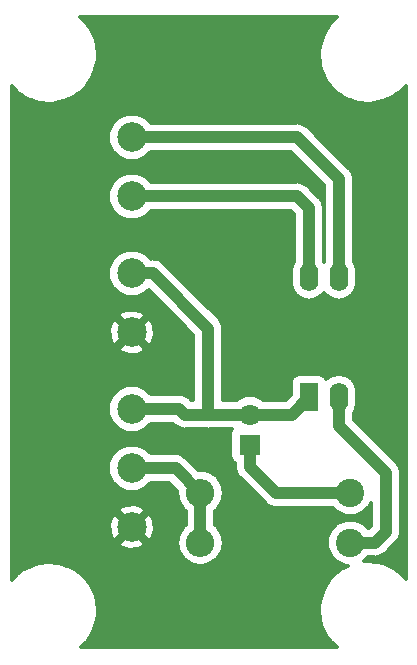
<source format=gbr>
G04 #@! TF.GenerationSoftware,KiCad,Pcbnew,(5.0.1)-3*
G04 #@! TF.CreationDate,2019-02-16T21:55:45-05:00*
G04 #@! TF.ProjectId,Zprobe Adaptor,5A70726F62652041646170746F722E6B,rev?*
G04 #@! TF.SameCoordinates,Original*
G04 #@! TF.FileFunction,Copper,L2,Bot,Signal*
G04 #@! TF.FilePolarity,Positive*
%FSLAX46Y46*%
G04 Gerber Fmt 4.6, Leading zero omitted, Abs format (unit mm)*
G04 Created by KiCad (PCBNEW (5.0.1)-3) date 2/16/2019 9:55:45 PM*
%MOMM*%
%LPD*%
G01*
G04 APERTURE LIST*
G04 #@! TA.AperFunction,ComponentPad*
%ADD10C,2.400000*%
G04 #@! TD*
G04 #@! TA.AperFunction,ComponentPad*
%ADD11O,2.400000X2.400000*%
G04 #@! TD*
G04 #@! TA.AperFunction,ComponentPad*
%ADD12C,2.500000*%
G04 #@! TD*
G04 #@! TA.AperFunction,ComponentPad*
%ADD13R,1.600000X2.400000*%
G04 #@! TD*
G04 #@! TA.AperFunction,ComponentPad*
%ADD14O,1.600000X2.400000*%
G04 #@! TD*
G04 #@! TA.AperFunction,ComponentPad*
%ADD15R,1.800000X1.800000*%
G04 #@! TD*
G04 #@! TA.AperFunction,ComponentPad*
%ADD16C,1.800000*%
G04 #@! TD*
G04 #@! TA.AperFunction,Conductor*
%ADD17C,1.000000*%
G04 #@! TD*
G04 #@! TA.AperFunction,Conductor*
%ADD18C,0.300000*%
G04 #@! TD*
G04 APERTURE END LIST*
D10*
G04 #@! TO.P,R1,1*
G04 #@! TO.N,Net-(D1-Pad1)*
X118500000Y-96100000D03*
D11*
G04 #@! TO.P,R1,2*
G04 #@! TO.N,Net-(J3-Pad2)*
X105800000Y-96100000D03*
G04 #@! TD*
D10*
G04 #@! TO.P,R2,1*
G04 #@! TO.N,Net-(R2-Pad1)*
X118500000Y-100300000D03*
D11*
G04 #@! TO.P,R2,2*
G04 #@! TO.N,Net-(J3-Pad2)*
X105800000Y-100300000D03*
G04 #@! TD*
D12*
G04 #@! TO.P,J1,1*
G04 #@! TO.N,Net-(J1-Pad1)*
X100000000Y-66000000D03*
G04 #@! TO.P,J1,2*
G04 #@! TO.N,Net-(J1-Pad2)*
X100000000Y-71000000D03*
G04 #@! TD*
G04 #@! TO.P,J2,2*
G04 #@! TO.N,Earth*
X100000000Y-82500000D03*
G04 #@! TO.P,J2,1*
G04 #@! TO.N,VCC*
X100000000Y-77500000D03*
G04 #@! TD*
G04 #@! TO.P,J3,3*
G04 #@! TO.N,Earth*
X100000000Y-99000000D03*
G04 #@! TO.P,J3,2*
G04 #@! TO.N,Net-(J3-Pad2)*
X100000000Y-94000000D03*
G04 #@! TO.P,J3,1*
G04 #@! TO.N,VCC*
X100000000Y-89000000D03*
G04 #@! TD*
D13*
G04 #@! TO.P,U1,1*
G04 #@! TO.N,VCC*
X115000000Y-88000000D03*
D14*
G04 #@! TO.P,U1,3*
G04 #@! TO.N,Net-(J1-Pad1)*
X117540000Y-77840000D03*
G04 #@! TO.P,U1,2*
G04 #@! TO.N,Net-(R2-Pad1)*
X117540000Y-88000000D03*
G04 #@! TO.P,U1,4*
G04 #@! TO.N,Net-(J1-Pad2)*
X115000000Y-77840000D03*
G04 #@! TD*
D15*
G04 #@! TO.P,D1,1*
G04 #@! TO.N,Net-(D1-Pad1)*
X110000000Y-92000000D03*
D16*
G04 #@! TO.P,D1,2*
G04 #@! TO.N,VCC*
X110000000Y-89460000D03*
G04 #@! TD*
D17*
G04 #@! TO.N,VCC*
X113540000Y-89460000D02*
X115000000Y-88000000D01*
X110000000Y-89460000D02*
X113540000Y-89460000D01*
X106460000Y-82192234D02*
X106460000Y-89460000D01*
X101767766Y-77500000D02*
X106460000Y-82192234D01*
X100000000Y-77500000D02*
X101767766Y-77500000D01*
X100000000Y-89000000D02*
X104000000Y-89000000D01*
X104460000Y-89460000D02*
X107000000Y-89460000D01*
X104000000Y-89000000D02*
X104460000Y-89460000D01*
X110000000Y-89460000D02*
X107000000Y-89460000D01*
X107000000Y-89460000D02*
X106460000Y-89460000D01*
G04 #@! TO.N,Net-(D1-Pad1)*
X112200000Y-96100000D02*
X118500000Y-96100000D01*
X110000000Y-92000000D02*
X110000000Y-93900000D01*
X110000000Y-93900000D02*
X112200000Y-96100000D01*
G04 #@! TO.N,Net-(J1-Pad1)*
X100000000Y-66000000D02*
X114000000Y-66000000D01*
X117540000Y-69540000D02*
X117540000Y-77840000D01*
X114000000Y-66000000D02*
X117540000Y-69540000D01*
G04 #@! TO.N,Net-(J1-Pad2)*
X100000000Y-71000000D02*
X114000000Y-71000000D01*
X114000000Y-71000000D02*
X115000000Y-72000000D01*
X115000000Y-72000000D02*
X115000000Y-77840000D01*
G04 #@! TO.N,Net-(J3-Pad2)*
X103700000Y-94000000D02*
X105800000Y-96100000D01*
X100000000Y-94000000D02*
X103700000Y-94000000D01*
X105800000Y-96100000D02*
X105800000Y-100300000D01*
G04 #@! TO.N,Net-(R2-Pad1)*
X117540000Y-90440000D02*
X117540000Y-88000000D01*
X121500000Y-94400000D02*
X117540000Y-90440000D01*
X121500000Y-99400000D02*
X121500000Y-94400000D01*
X118500000Y-100300000D02*
X120600000Y-100300000D01*
X120600000Y-100300000D02*
X121500000Y-99400000D01*
G04 #@! TD*
D18*
G04 #@! TO.N,Earth*
G36*
X116793934Y-56393934D02*
X116772800Y-56420500D01*
X116272800Y-57220500D01*
X116260728Y-57244291D01*
X116060728Y-57744291D01*
X116054479Y-57763620D01*
X115854479Y-58563620D01*
X115850000Y-58600000D01*
X115850000Y-58906668D01*
X115848566Y-58907909D01*
X115822337Y-58960230D01*
X115818127Y-59018605D01*
X115918127Y-59818605D01*
X115921448Y-59836380D01*
X116021448Y-60236380D01*
X116027697Y-60255709D01*
X116227697Y-60755709D01*
X116232805Y-60767082D01*
X116432805Y-61167082D01*
X116446969Y-61190000D01*
X116746969Y-61590000D01*
X116760903Y-61606066D01*
X117360903Y-62206066D01*
X117376969Y-62220000D01*
X117776969Y-62520000D01*
X117799887Y-62534164D01*
X118399887Y-62834164D01*
X118425761Y-62844229D01*
X119125761Y-63044229D01*
X119152043Y-63049256D01*
X120152043Y-63149256D01*
X120196386Y-63147087D01*
X121196386Y-62947087D01*
X121227890Y-62937072D01*
X122127890Y-62537072D01*
X122156969Y-62520000D01*
X122556969Y-62220000D01*
X122573035Y-62206066D01*
X123173035Y-61606066D01*
X123175001Y-61603595D01*
X123175000Y-103362868D01*
X122606066Y-102793934D01*
X122590000Y-102780000D01*
X122190000Y-102480000D01*
X122167082Y-102465836D01*
X121567082Y-102165836D01*
X121541208Y-102155771D01*
X120841208Y-101955771D01*
X120814926Y-101950744D01*
X119814926Y-101850744D01*
X119770583Y-101852913D01*
X119688358Y-101869358D01*
X120007716Y-101550000D01*
X120476896Y-101550000D01*
X120600000Y-101574487D01*
X120723104Y-101550000D01*
X120723109Y-101550000D01*
X121087725Y-101477473D01*
X121501199Y-101201199D01*
X121570936Y-101096830D01*
X122296833Y-100370934D01*
X122401199Y-100301199D01*
X122677473Y-99887725D01*
X122750000Y-99523109D01*
X122750000Y-99523105D01*
X122774487Y-99400001D01*
X122750000Y-99276897D01*
X122750000Y-94523109D01*
X122774488Y-94400000D01*
X122677473Y-93912274D01*
X122470934Y-93603167D01*
X122401199Y-93498801D01*
X122296833Y-93429066D01*
X118790000Y-89922234D01*
X118790000Y-89319169D01*
X119000068Y-89004780D01*
X119090000Y-88552659D01*
X119090000Y-87447340D01*
X119000068Y-86995220D01*
X118657488Y-86482512D01*
X118144779Y-86139932D01*
X117540000Y-86019634D01*
X116935220Y-86139932D01*
X116469085Y-86451393D01*
X116340720Y-86259280D01*
X116092635Y-86093516D01*
X115800000Y-86035307D01*
X114200000Y-86035307D01*
X113907365Y-86093516D01*
X113659280Y-86259280D01*
X113493516Y-86507365D01*
X113435307Y-86800000D01*
X113435307Y-87796926D01*
X113022234Y-88210000D01*
X111083452Y-88210000D01*
X110934650Y-88061198D01*
X110328205Y-87810000D01*
X109671795Y-87810000D01*
X109065350Y-88061198D01*
X108916548Y-88210000D01*
X107710000Y-88210000D01*
X107710000Y-82315338D01*
X107734487Y-82192234D01*
X107710000Y-82069130D01*
X107710000Y-82069125D01*
X107637473Y-81704509D01*
X107361199Y-81291035D01*
X107256833Y-81221300D01*
X102738702Y-76703170D01*
X102668965Y-76598801D01*
X102255491Y-76322527D01*
X101890875Y-76250000D01*
X101890870Y-76250000D01*
X101767766Y-76225513D01*
X101644662Y-76250000D01*
X101578427Y-76250000D01*
X101132909Y-75804482D01*
X100397825Y-75500000D01*
X99602175Y-75500000D01*
X98867091Y-75804482D01*
X98304482Y-76367091D01*
X98000000Y-77102175D01*
X98000000Y-77897825D01*
X98304482Y-78632909D01*
X98867091Y-79195518D01*
X99602175Y-79500000D01*
X100397825Y-79500000D01*
X101132909Y-79195518D01*
X101414213Y-78914214D01*
X105210000Y-82710001D01*
X105210001Y-88210000D01*
X104977766Y-88210000D01*
X104970936Y-88203170D01*
X104901199Y-88098801D01*
X104487725Y-87822527D01*
X104123109Y-87750000D01*
X104123104Y-87750000D01*
X104000000Y-87725513D01*
X103876896Y-87750000D01*
X101578427Y-87750000D01*
X101132909Y-87304482D01*
X100397825Y-87000000D01*
X99602175Y-87000000D01*
X98867091Y-87304482D01*
X98304482Y-87867091D01*
X98000000Y-88602175D01*
X98000000Y-89397825D01*
X98304482Y-90132909D01*
X98867091Y-90695518D01*
X99602175Y-91000000D01*
X100397825Y-91000000D01*
X101132909Y-90695518D01*
X101578427Y-90250000D01*
X103482234Y-90250000D01*
X103489064Y-90256830D01*
X103558801Y-90361199D01*
X103972275Y-90637473D01*
X104336891Y-90710000D01*
X104336895Y-90710000D01*
X104459999Y-90734487D01*
X104583103Y-90710000D01*
X106336891Y-90710000D01*
X106460000Y-90734488D01*
X106583109Y-90710000D01*
X108458573Y-90710000D01*
X108393516Y-90807365D01*
X108335307Y-91100000D01*
X108335307Y-92900000D01*
X108393516Y-93192635D01*
X108559280Y-93440720D01*
X108750001Y-93568155D01*
X108750001Y-93776892D01*
X108725513Y-93900000D01*
X108750001Y-94023109D01*
X108822528Y-94387725D01*
X109098802Y-94801199D01*
X109203168Y-94870934D01*
X111229066Y-96896833D01*
X111298801Y-97001199D01*
X111712275Y-97277473D01*
X112076891Y-97350000D01*
X112076896Y-97350000D01*
X112200000Y-97374487D01*
X112323104Y-97350000D01*
X116992284Y-97350000D01*
X117395414Y-97753130D01*
X118112121Y-98050000D01*
X118887879Y-98050000D01*
X119604586Y-97753130D01*
X120153130Y-97204586D01*
X120250000Y-96970720D01*
X120250000Y-98882233D01*
X120082234Y-99050000D01*
X120007716Y-99050000D01*
X119604586Y-98646870D01*
X118887879Y-98350000D01*
X118112121Y-98350000D01*
X117395414Y-98646870D01*
X116846870Y-99195414D01*
X116550000Y-99912121D01*
X116550000Y-100687879D01*
X116846870Y-101404586D01*
X117395414Y-101953130D01*
X118112121Y-102250000D01*
X118318167Y-102250000D01*
X117839079Y-102462928D01*
X117810000Y-102480000D01*
X117410000Y-102780000D01*
X117393934Y-102793934D01*
X116793934Y-103393934D01*
X116772800Y-103420500D01*
X116272800Y-104220500D01*
X116260728Y-104244291D01*
X116060728Y-104744291D01*
X116054479Y-104763620D01*
X115854479Y-105563620D01*
X115850000Y-105600000D01*
X115850000Y-105906668D01*
X115848566Y-105907909D01*
X115822337Y-105960230D01*
X115818127Y-106018605D01*
X115918127Y-106818605D01*
X115921448Y-106836380D01*
X116021448Y-107236380D01*
X116027697Y-107255709D01*
X116227697Y-107755709D01*
X116232805Y-107767082D01*
X116432805Y-108167082D01*
X116446969Y-108190000D01*
X116746969Y-108590000D01*
X116760903Y-108606066D01*
X117329837Y-109175000D01*
X95704101Y-109175000D01*
X96173035Y-108706066D01*
X96194169Y-108679500D01*
X96694169Y-107879500D01*
X96706241Y-107855709D01*
X96906241Y-107355709D01*
X96912490Y-107336380D01*
X97112490Y-106536380D01*
X97116969Y-106500000D01*
X97116969Y-106193332D01*
X97118403Y-106192091D01*
X97144632Y-106139770D01*
X97148842Y-106081395D01*
X97048842Y-105281395D01*
X97045521Y-105263620D01*
X96945521Y-104863620D01*
X96939272Y-104844291D01*
X96739272Y-104344291D01*
X96734164Y-104332918D01*
X96534164Y-103932918D01*
X96520000Y-103910000D01*
X96220000Y-103510000D01*
X96206066Y-103493934D01*
X95606066Y-102893934D01*
X95590000Y-102880000D01*
X95190000Y-102580000D01*
X95167082Y-102565836D01*
X94567082Y-102265836D01*
X94541208Y-102255771D01*
X93841208Y-102055771D01*
X93814926Y-102050744D01*
X92814926Y-101950744D01*
X92770583Y-101952913D01*
X91770583Y-102152913D01*
X91739079Y-102162928D01*
X90839079Y-102562928D01*
X90810000Y-102580000D01*
X90410000Y-102880000D01*
X90393934Y-102893934D01*
X89825000Y-103462868D01*
X89825000Y-100392727D01*
X98890115Y-100392727D01*
X99024397Y-100683063D01*
X99742741Y-100928295D01*
X100500250Y-100879961D01*
X100975603Y-100683063D01*
X101109885Y-100392727D01*
X100000000Y-99282843D01*
X98890115Y-100392727D01*
X89825000Y-100392727D01*
X89825000Y-98742741D01*
X98071705Y-98742741D01*
X98120039Y-99500250D01*
X98316937Y-99975603D01*
X98607273Y-100109885D01*
X99717157Y-99000000D01*
X100282843Y-99000000D01*
X101392727Y-100109885D01*
X101683063Y-99975603D01*
X101928295Y-99257259D01*
X101879961Y-98499750D01*
X101683063Y-98024397D01*
X101392727Y-97890115D01*
X100282843Y-99000000D01*
X99717157Y-99000000D01*
X98607273Y-97890115D01*
X98316937Y-98024397D01*
X98071705Y-98742741D01*
X89825000Y-98742741D01*
X89825000Y-97607273D01*
X98890115Y-97607273D01*
X100000000Y-98717157D01*
X101109885Y-97607273D01*
X100975603Y-97316937D01*
X100257259Y-97071705D01*
X99499750Y-97120039D01*
X99024397Y-97316937D01*
X98890115Y-97607273D01*
X89825000Y-97607273D01*
X89825000Y-93602175D01*
X98000000Y-93602175D01*
X98000000Y-94397825D01*
X98304482Y-95132909D01*
X98867091Y-95695518D01*
X99602175Y-96000000D01*
X100397825Y-96000000D01*
X101132909Y-95695518D01*
X101578427Y-95250000D01*
X103182234Y-95250000D01*
X103848371Y-95916137D01*
X103811798Y-96100000D01*
X103963141Y-96860852D01*
X104394129Y-97505871D01*
X104550000Y-97610021D01*
X104550001Y-98789979D01*
X104394129Y-98894129D01*
X103963141Y-99539148D01*
X103811798Y-100300000D01*
X103963141Y-101060852D01*
X104394129Y-101705871D01*
X105039148Y-102136859D01*
X105607946Y-102250000D01*
X105992054Y-102250000D01*
X106560852Y-102136859D01*
X107205871Y-101705871D01*
X107636859Y-101060852D01*
X107788202Y-100300000D01*
X107636859Y-99539148D01*
X107205871Y-98894129D01*
X107050000Y-98789979D01*
X107050000Y-97610021D01*
X107205871Y-97505871D01*
X107636859Y-96860852D01*
X107788202Y-96100000D01*
X107636859Y-95339148D01*
X107205871Y-94694129D01*
X106560852Y-94263141D01*
X105992054Y-94150000D01*
X105617766Y-94150000D01*
X104670936Y-93203170D01*
X104601199Y-93098801D01*
X104187725Y-92822527D01*
X103823109Y-92750000D01*
X103823104Y-92750000D01*
X103700000Y-92725513D01*
X103576896Y-92750000D01*
X101578427Y-92750000D01*
X101132909Y-92304482D01*
X100397825Y-92000000D01*
X99602175Y-92000000D01*
X98867091Y-92304482D01*
X98304482Y-92867091D01*
X98000000Y-93602175D01*
X89825000Y-93602175D01*
X89825000Y-83892727D01*
X98890115Y-83892727D01*
X99024397Y-84183063D01*
X99742741Y-84428295D01*
X100500250Y-84379961D01*
X100975603Y-84183063D01*
X101109885Y-83892727D01*
X100000000Y-82782843D01*
X98890115Y-83892727D01*
X89825000Y-83892727D01*
X89825000Y-82242741D01*
X98071705Y-82242741D01*
X98120039Y-83000250D01*
X98316937Y-83475603D01*
X98607273Y-83609885D01*
X99717157Y-82500000D01*
X100282843Y-82500000D01*
X101392727Y-83609885D01*
X101683063Y-83475603D01*
X101928295Y-82757259D01*
X101879961Y-81999750D01*
X101683063Y-81524397D01*
X101392727Y-81390115D01*
X100282843Y-82500000D01*
X99717157Y-82500000D01*
X98607273Y-81390115D01*
X98316937Y-81524397D01*
X98071705Y-82242741D01*
X89825000Y-82242741D01*
X89825000Y-81107273D01*
X98890115Y-81107273D01*
X100000000Y-82217157D01*
X101109885Y-81107273D01*
X100975603Y-80816937D01*
X100257259Y-80571705D01*
X99499750Y-80620039D01*
X99024397Y-80816937D01*
X98890115Y-81107273D01*
X89825000Y-81107273D01*
X89825000Y-65602175D01*
X98000000Y-65602175D01*
X98000000Y-66397825D01*
X98304482Y-67132909D01*
X98867091Y-67695518D01*
X99602175Y-68000000D01*
X100397825Y-68000000D01*
X101132909Y-67695518D01*
X101578427Y-67250000D01*
X113482234Y-67250000D01*
X116290000Y-70057767D01*
X116290001Y-76520830D01*
X116270000Y-76550763D01*
X116250000Y-76520831D01*
X116250000Y-72123109D01*
X116274488Y-72000000D01*
X116177473Y-71512274D01*
X116074742Y-71358526D01*
X115901199Y-71098801D01*
X115796830Y-71029064D01*
X114970936Y-70203170D01*
X114901199Y-70098801D01*
X114487725Y-69822527D01*
X114123109Y-69750000D01*
X114123104Y-69750000D01*
X114000000Y-69725513D01*
X113876896Y-69750000D01*
X101578427Y-69750000D01*
X101132909Y-69304482D01*
X100397825Y-69000000D01*
X99602175Y-69000000D01*
X98867091Y-69304482D01*
X98304482Y-69867091D01*
X98000000Y-70602175D01*
X98000000Y-71397825D01*
X98304482Y-72132909D01*
X98867091Y-72695518D01*
X99602175Y-73000000D01*
X100397825Y-73000000D01*
X101132909Y-72695518D01*
X101578427Y-72250000D01*
X113482234Y-72250000D01*
X113750000Y-72517766D01*
X113750001Y-76520830D01*
X113539932Y-76835221D01*
X113450000Y-77287341D01*
X113450000Y-78392660D01*
X113539932Y-78844780D01*
X113882513Y-79357488D01*
X114395221Y-79700068D01*
X115000000Y-79820366D01*
X115604780Y-79700068D01*
X116117488Y-79357488D01*
X116270000Y-79129237D01*
X116422513Y-79357488D01*
X116935221Y-79700068D01*
X117540000Y-79820366D01*
X118144780Y-79700068D01*
X118657488Y-79357488D01*
X119000068Y-78844780D01*
X119090000Y-78392659D01*
X119090000Y-77287340D01*
X119000068Y-76835220D01*
X118790000Y-76520831D01*
X118790000Y-69663103D01*
X118814487Y-69539999D01*
X118790000Y-69416895D01*
X118790000Y-69416891D01*
X118717473Y-69052275D01*
X118441199Y-68638801D01*
X118336833Y-68569066D01*
X114970936Y-65203170D01*
X114901199Y-65098801D01*
X114487725Y-64822527D01*
X114123109Y-64750000D01*
X114123104Y-64750000D01*
X114000000Y-64725513D01*
X113876896Y-64750000D01*
X101578427Y-64750000D01*
X101132909Y-64304482D01*
X100397825Y-64000000D01*
X99602175Y-64000000D01*
X98867091Y-64304482D01*
X98304482Y-64867091D01*
X98000000Y-65602175D01*
X89825000Y-65602175D01*
X89825000Y-61670163D01*
X90360903Y-62206066D01*
X90376969Y-62220000D01*
X90776969Y-62520000D01*
X90799887Y-62534164D01*
X91399887Y-62834164D01*
X91425761Y-62844229D01*
X92125761Y-63044229D01*
X92152043Y-63049256D01*
X93152043Y-63149256D01*
X93196386Y-63147087D01*
X94196386Y-62947087D01*
X94227890Y-62937072D01*
X95127890Y-62537072D01*
X95156969Y-62520000D01*
X95556969Y-62220000D01*
X95573035Y-62206066D01*
X96173035Y-61606066D01*
X96194169Y-61579500D01*
X96694169Y-60779500D01*
X96706241Y-60755709D01*
X96906241Y-60255709D01*
X96912490Y-60236380D01*
X97112490Y-59436380D01*
X97116969Y-59400000D01*
X97116969Y-59093332D01*
X97118403Y-59092091D01*
X97144632Y-59039770D01*
X97148842Y-58981395D01*
X97048842Y-58181395D01*
X97045521Y-58163620D01*
X96945521Y-57763620D01*
X96939272Y-57744291D01*
X96739272Y-57244291D01*
X96734164Y-57232918D01*
X96534164Y-56832918D01*
X96520000Y-56810000D01*
X96220000Y-56410000D01*
X96206066Y-56393934D01*
X95637132Y-55825000D01*
X117362868Y-55825000D01*
X116793934Y-56393934D01*
X116793934Y-56393934D01*
G37*
X116793934Y-56393934D02*
X116772800Y-56420500D01*
X116272800Y-57220500D01*
X116260728Y-57244291D01*
X116060728Y-57744291D01*
X116054479Y-57763620D01*
X115854479Y-58563620D01*
X115850000Y-58600000D01*
X115850000Y-58906668D01*
X115848566Y-58907909D01*
X115822337Y-58960230D01*
X115818127Y-59018605D01*
X115918127Y-59818605D01*
X115921448Y-59836380D01*
X116021448Y-60236380D01*
X116027697Y-60255709D01*
X116227697Y-60755709D01*
X116232805Y-60767082D01*
X116432805Y-61167082D01*
X116446969Y-61190000D01*
X116746969Y-61590000D01*
X116760903Y-61606066D01*
X117360903Y-62206066D01*
X117376969Y-62220000D01*
X117776969Y-62520000D01*
X117799887Y-62534164D01*
X118399887Y-62834164D01*
X118425761Y-62844229D01*
X119125761Y-63044229D01*
X119152043Y-63049256D01*
X120152043Y-63149256D01*
X120196386Y-63147087D01*
X121196386Y-62947087D01*
X121227890Y-62937072D01*
X122127890Y-62537072D01*
X122156969Y-62520000D01*
X122556969Y-62220000D01*
X122573035Y-62206066D01*
X123173035Y-61606066D01*
X123175001Y-61603595D01*
X123175000Y-103362868D01*
X122606066Y-102793934D01*
X122590000Y-102780000D01*
X122190000Y-102480000D01*
X122167082Y-102465836D01*
X121567082Y-102165836D01*
X121541208Y-102155771D01*
X120841208Y-101955771D01*
X120814926Y-101950744D01*
X119814926Y-101850744D01*
X119770583Y-101852913D01*
X119688358Y-101869358D01*
X120007716Y-101550000D01*
X120476896Y-101550000D01*
X120600000Y-101574487D01*
X120723104Y-101550000D01*
X120723109Y-101550000D01*
X121087725Y-101477473D01*
X121501199Y-101201199D01*
X121570936Y-101096830D01*
X122296833Y-100370934D01*
X122401199Y-100301199D01*
X122677473Y-99887725D01*
X122750000Y-99523109D01*
X122750000Y-99523105D01*
X122774487Y-99400001D01*
X122750000Y-99276897D01*
X122750000Y-94523109D01*
X122774488Y-94400000D01*
X122677473Y-93912274D01*
X122470934Y-93603167D01*
X122401199Y-93498801D01*
X122296833Y-93429066D01*
X118790000Y-89922234D01*
X118790000Y-89319169D01*
X119000068Y-89004780D01*
X119090000Y-88552659D01*
X119090000Y-87447340D01*
X119000068Y-86995220D01*
X118657488Y-86482512D01*
X118144779Y-86139932D01*
X117540000Y-86019634D01*
X116935220Y-86139932D01*
X116469085Y-86451393D01*
X116340720Y-86259280D01*
X116092635Y-86093516D01*
X115800000Y-86035307D01*
X114200000Y-86035307D01*
X113907365Y-86093516D01*
X113659280Y-86259280D01*
X113493516Y-86507365D01*
X113435307Y-86800000D01*
X113435307Y-87796926D01*
X113022234Y-88210000D01*
X111083452Y-88210000D01*
X110934650Y-88061198D01*
X110328205Y-87810000D01*
X109671795Y-87810000D01*
X109065350Y-88061198D01*
X108916548Y-88210000D01*
X107710000Y-88210000D01*
X107710000Y-82315338D01*
X107734487Y-82192234D01*
X107710000Y-82069130D01*
X107710000Y-82069125D01*
X107637473Y-81704509D01*
X107361199Y-81291035D01*
X107256833Y-81221300D01*
X102738702Y-76703170D01*
X102668965Y-76598801D01*
X102255491Y-76322527D01*
X101890875Y-76250000D01*
X101890870Y-76250000D01*
X101767766Y-76225513D01*
X101644662Y-76250000D01*
X101578427Y-76250000D01*
X101132909Y-75804482D01*
X100397825Y-75500000D01*
X99602175Y-75500000D01*
X98867091Y-75804482D01*
X98304482Y-76367091D01*
X98000000Y-77102175D01*
X98000000Y-77897825D01*
X98304482Y-78632909D01*
X98867091Y-79195518D01*
X99602175Y-79500000D01*
X100397825Y-79500000D01*
X101132909Y-79195518D01*
X101414213Y-78914214D01*
X105210000Y-82710001D01*
X105210001Y-88210000D01*
X104977766Y-88210000D01*
X104970936Y-88203170D01*
X104901199Y-88098801D01*
X104487725Y-87822527D01*
X104123109Y-87750000D01*
X104123104Y-87750000D01*
X104000000Y-87725513D01*
X103876896Y-87750000D01*
X101578427Y-87750000D01*
X101132909Y-87304482D01*
X100397825Y-87000000D01*
X99602175Y-87000000D01*
X98867091Y-87304482D01*
X98304482Y-87867091D01*
X98000000Y-88602175D01*
X98000000Y-89397825D01*
X98304482Y-90132909D01*
X98867091Y-90695518D01*
X99602175Y-91000000D01*
X100397825Y-91000000D01*
X101132909Y-90695518D01*
X101578427Y-90250000D01*
X103482234Y-90250000D01*
X103489064Y-90256830D01*
X103558801Y-90361199D01*
X103972275Y-90637473D01*
X104336891Y-90710000D01*
X104336895Y-90710000D01*
X104459999Y-90734487D01*
X104583103Y-90710000D01*
X106336891Y-90710000D01*
X106460000Y-90734488D01*
X106583109Y-90710000D01*
X108458573Y-90710000D01*
X108393516Y-90807365D01*
X108335307Y-91100000D01*
X108335307Y-92900000D01*
X108393516Y-93192635D01*
X108559280Y-93440720D01*
X108750001Y-93568155D01*
X108750001Y-93776892D01*
X108725513Y-93900000D01*
X108750001Y-94023109D01*
X108822528Y-94387725D01*
X109098802Y-94801199D01*
X109203168Y-94870934D01*
X111229066Y-96896833D01*
X111298801Y-97001199D01*
X111712275Y-97277473D01*
X112076891Y-97350000D01*
X112076896Y-97350000D01*
X112200000Y-97374487D01*
X112323104Y-97350000D01*
X116992284Y-97350000D01*
X117395414Y-97753130D01*
X118112121Y-98050000D01*
X118887879Y-98050000D01*
X119604586Y-97753130D01*
X120153130Y-97204586D01*
X120250000Y-96970720D01*
X120250000Y-98882233D01*
X120082234Y-99050000D01*
X120007716Y-99050000D01*
X119604586Y-98646870D01*
X118887879Y-98350000D01*
X118112121Y-98350000D01*
X117395414Y-98646870D01*
X116846870Y-99195414D01*
X116550000Y-99912121D01*
X116550000Y-100687879D01*
X116846870Y-101404586D01*
X117395414Y-101953130D01*
X118112121Y-102250000D01*
X118318167Y-102250000D01*
X117839079Y-102462928D01*
X117810000Y-102480000D01*
X117410000Y-102780000D01*
X117393934Y-102793934D01*
X116793934Y-103393934D01*
X116772800Y-103420500D01*
X116272800Y-104220500D01*
X116260728Y-104244291D01*
X116060728Y-104744291D01*
X116054479Y-104763620D01*
X115854479Y-105563620D01*
X115850000Y-105600000D01*
X115850000Y-105906668D01*
X115848566Y-105907909D01*
X115822337Y-105960230D01*
X115818127Y-106018605D01*
X115918127Y-106818605D01*
X115921448Y-106836380D01*
X116021448Y-107236380D01*
X116027697Y-107255709D01*
X116227697Y-107755709D01*
X116232805Y-107767082D01*
X116432805Y-108167082D01*
X116446969Y-108190000D01*
X116746969Y-108590000D01*
X116760903Y-108606066D01*
X117329837Y-109175000D01*
X95704101Y-109175000D01*
X96173035Y-108706066D01*
X96194169Y-108679500D01*
X96694169Y-107879500D01*
X96706241Y-107855709D01*
X96906241Y-107355709D01*
X96912490Y-107336380D01*
X97112490Y-106536380D01*
X97116969Y-106500000D01*
X97116969Y-106193332D01*
X97118403Y-106192091D01*
X97144632Y-106139770D01*
X97148842Y-106081395D01*
X97048842Y-105281395D01*
X97045521Y-105263620D01*
X96945521Y-104863620D01*
X96939272Y-104844291D01*
X96739272Y-104344291D01*
X96734164Y-104332918D01*
X96534164Y-103932918D01*
X96520000Y-103910000D01*
X96220000Y-103510000D01*
X96206066Y-103493934D01*
X95606066Y-102893934D01*
X95590000Y-102880000D01*
X95190000Y-102580000D01*
X95167082Y-102565836D01*
X94567082Y-102265836D01*
X94541208Y-102255771D01*
X93841208Y-102055771D01*
X93814926Y-102050744D01*
X92814926Y-101950744D01*
X92770583Y-101952913D01*
X91770583Y-102152913D01*
X91739079Y-102162928D01*
X90839079Y-102562928D01*
X90810000Y-102580000D01*
X90410000Y-102880000D01*
X90393934Y-102893934D01*
X89825000Y-103462868D01*
X89825000Y-100392727D01*
X98890115Y-100392727D01*
X99024397Y-100683063D01*
X99742741Y-100928295D01*
X100500250Y-100879961D01*
X100975603Y-100683063D01*
X101109885Y-100392727D01*
X100000000Y-99282843D01*
X98890115Y-100392727D01*
X89825000Y-100392727D01*
X89825000Y-98742741D01*
X98071705Y-98742741D01*
X98120039Y-99500250D01*
X98316937Y-99975603D01*
X98607273Y-100109885D01*
X99717157Y-99000000D01*
X100282843Y-99000000D01*
X101392727Y-100109885D01*
X101683063Y-99975603D01*
X101928295Y-99257259D01*
X101879961Y-98499750D01*
X101683063Y-98024397D01*
X101392727Y-97890115D01*
X100282843Y-99000000D01*
X99717157Y-99000000D01*
X98607273Y-97890115D01*
X98316937Y-98024397D01*
X98071705Y-98742741D01*
X89825000Y-98742741D01*
X89825000Y-97607273D01*
X98890115Y-97607273D01*
X100000000Y-98717157D01*
X101109885Y-97607273D01*
X100975603Y-97316937D01*
X100257259Y-97071705D01*
X99499750Y-97120039D01*
X99024397Y-97316937D01*
X98890115Y-97607273D01*
X89825000Y-97607273D01*
X89825000Y-93602175D01*
X98000000Y-93602175D01*
X98000000Y-94397825D01*
X98304482Y-95132909D01*
X98867091Y-95695518D01*
X99602175Y-96000000D01*
X100397825Y-96000000D01*
X101132909Y-95695518D01*
X101578427Y-95250000D01*
X103182234Y-95250000D01*
X103848371Y-95916137D01*
X103811798Y-96100000D01*
X103963141Y-96860852D01*
X104394129Y-97505871D01*
X104550000Y-97610021D01*
X104550001Y-98789979D01*
X104394129Y-98894129D01*
X103963141Y-99539148D01*
X103811798Y-100300000D01*
X103963141Y-101060852D01*
X104394129Y-101705871D01*
X105039148Y-102136859D01*
X105607946Y-102250000D01*
X105992054Y-102250000D01*
X106560852Y-102136859D01*
X107205871Y-101705871D01*
X107636859Y-101060852D01*
X107788202Y-100300000D01*
X107636859Y-99539148D01*
X107205871Y-98894129D01*
X107050000Y-98789979D01*
X107050000Y-97610021D01*
X107205871Y-97505871D01*
X107636859Y-96860852D01*
X107788202Y-96100000D01*
X107636859Y-95339148D01*
X107205871Y-94694129D01*
X106560852Y-94263141D01*
X105992054Y-94150000D01*
X105617766Y-94150000D01*
X104670936Y-93203170D01*
X104601199Y-93098801D01*
X104187725Y-92822527D01*
X103823109Y-92750000D01*
X103823104Y-92750000D01*
X103700000Y-92725513D01*
X103576896Y-92750000D01*
X101578427Y-92750000D01*
X101132909Y-92304482D01*
X100397825Y-92000000D01*
X99602175Y-92000000D01*
X98867091Y-92304482D01*
X98304482Y-92867091D01*
X98000000Y-93602175D01*
X89825000Y-93602175D01*
X89825000Y-83892727D01*
X98890115Y-83892727D01*
X99024397Y-84183063D01*
X99742741Y-84428295D01*
X100500250Y-84379961D01*
X100975603Y-84183063D01*
X101109885Y-83892727D01*
X100000000Y-82782843D01*
X98890115Y-83892727D01*
X89825000Y-83892727D01*
X89825000Y-82242741D01*
X98071705Y-82242741D01*
X98120039Y-83000250D01*
X98316937Y-83475603D01*
X98607273Y-83609885D01*
X99717157Y-82500000D01*
X100282843Y-82500000D01*
X101392727Y-83609885D01*
X101683063Y-83475603D01*
X101928295Y-82757259D01*
X101879961Y-81999750D01*
X101683063Y-81524397D01*
X101392727Y-81390115D01*
X100282843Y-82500000D01*
X99717157Y-82500000D01*
X98607273Y-81390115D01*
X98316937Y-81524397D01*
X98071705Y-82242741D01*
X89825000Y-82242741D01*
X89825000Y-81107273D01*
X98890115Y-81107273D01*
X100000000Y-82217157D01*
X101109885Y-81107273D01*
X100975603Y-80816937D01*
X100257259Y-80571705D01*
X99499750Y-80620039D01*
X99024397Y-80816937D01*
X98890115Y-81107273D01*
X89825000Y-81107273D01*
X89825000Y-65602175D01*
X98000000Y-65602175D01*
X98000000Y-66397825D01*
X98304482Y-67132909D01*
X98867091Y-67695518D01*
X99602175Y-68000000D01*
X100397825Y-68000000D01*
X101132909Y-67695518D01*
X101578427Y-67250000D01*
X113482234Y-67250000D01*
X116290000Y-70057767D01*
X116290001Y-76520830D01*
X116270000Y-76550763D01*
X116250000Y-76520831D01*
X116250000Y-72123109D01*
X116274488Y-72000000D01*
X116177473Y-71512274D01*
X116074742Y-71358526D01*
X115901199Y-71098801D01*
X115796830Y-71029064D01*
X114970936Y-70203170D01*
X114901199Y-70098801D01*
X114487725Y-69822527D01*
X114123109Y-69750000D01*
X114123104Y-69750000D01*
X114000000Y-69725513D01*
X113876896Y-69750000D01*
X101578427Y-69750000D01*
X101132909Y-69304482D01*
X100397825Y-69000000D01*
X99602175Y-69000000D01*
X98867091Y-69304482D01*
X98304482Y-69867091D01*
X98000000Y-70602175D01*
X98000000Y-71397825D01*
X98304482Y-72132909D01*
X98867091Y-72695518D01*
X99602175Y-73000000D01*
X100397825Y-73000000D01*
X101132909Y-72695518D01*
X101578427Y-72250000D01*
X113482234Y-72250000D01*
X113750000Y-72517766D01*
X113750001Y-76520830D01*
X113539932Y-76835221D01*
X113450000Y-77287341D01*
X113450000Y-78392660D01*
X113539932Y-78844780D01*
X113882513Y-79357488D01*
X114395221Y-79700068D01*
X115000000Y-79820366D01*
X115604780Y-79700068D01*
X116117488Y-79357488D01*
X116270000Y-79129237D01*
X116422513Y-79357488D01*
X116935221Y-79700068D01*
X117540000Y-79820366D01*
X118144780Y-79700068D01*
X118657488Y-79357488D01*
X119000068Y-78844780D01*
X119090000Y-78392659D01*
X119090000Y-77287340D01*
X119000068Y-76835220D01*
X118790000Y-76520831D01*
X118790000Y-69663103D01*
X118814487Y-69539999D01*
X118790000Y-69416895D01*
X118790000Y-69416891D01*
X118717473Y-69052275D01*
X118441199Y-68638801D01*
X118336833Y-68569066D01*
X114970936Y-65203170D01*
X114901199Y-65098801D01*
X114487725Y-64822527D01*
X114123109Y-64750000D01*
X114123104Y-64750000D01*
X114000000Y-64725513D01*
X113876896Y-64750000D01*
X101578427Y-64750000D01*
X101132909Y-64304482D01*
X100397825Y-64000000D01*
X99602175Y-64000000D01*
X98867091Y-64304482D01*
X98304482Y-64867091D01*
X98000000Y-65602175D01*
X89825000Y-65602175D01*
X89825000Y-61670163D01*
X90360903Y-62206066D01*
X90376969Y-62220000D01*
X90776969Y-62520000D01*
X90799887Y-62534164D01*
X91399887Y-62834164D01*
X91425761Y-62844229D01*
X92125761Y-63044229D01*
X92152043Y-63049256D01*
X93152043Y-63149256D01*
X93196386Y-63147087D01*
X94196386Y-62947087D01*
X94227890Y-62937072D01*
X95127890Y-62537072D01*
X95156969Y-62520000D01*
X95556969Y-62220000D01*
X95573035Y-62206066D01*
X96173035Y-61606066D01*
X96194169Y-61579500D01*
X96694169Y-60779500D01*
X96706241Y-60755709D01*
X96906241Y-60255709D01*
X96912490Y-60236380D01*
X97112490Y-59436380D01*
X97116969Y-59400000D01*
X97116969Y-59093332D01*
X97118403Y-59092091D01*
X97144632Y-59039770D01*
X97148842Y-58981395D01*
X97048842Y-58181395D01*
X97045521Y-58163620D01*
X96945521Y-57763620D01*
X96939272Y-57744291D01*
X96739272Y-57244291D01*
X96734164Y-57232918D01*
X96534164Y-56832918D01*
X96520000Y-56810000D01*
X96220000Y-56410000D01*
X96206066Y-56393934D01*
X95637132Y-55825000D01*
X117362868Y-55825000D01*
X116793934Y-56393934D01*
G04 #@! TD*
M02*

</source>
